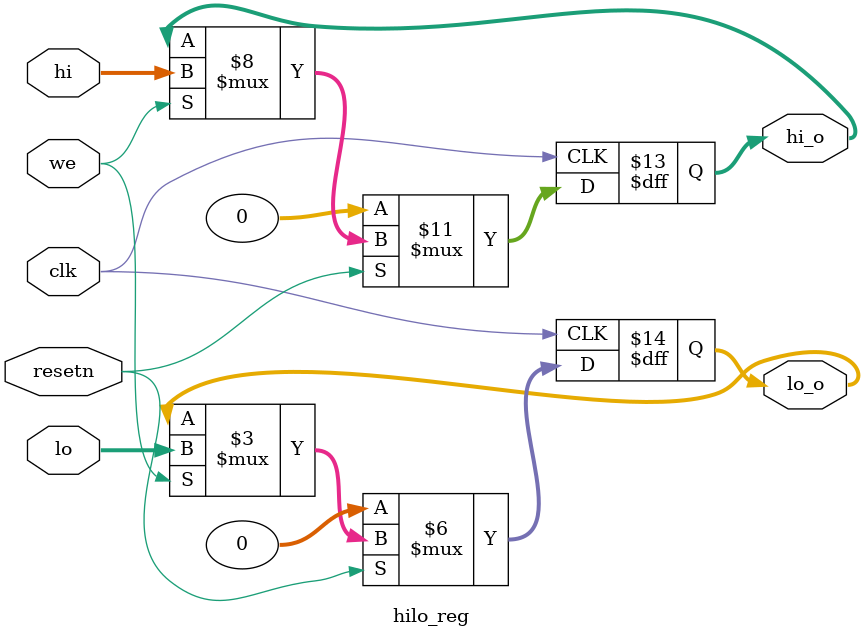
<source format=v>
`timescale 1ns / 1ps


module hilo_reg(
	input wire clk,resetn,we,
	input wire[31:0] hi,lo,
	output reg[31:0] hi_o,lo_o
    );
	
	always @(negedge clk) begin
		if(~resetn) begin
			hi_o <= 0;
			lo_o <= 0;
		end else if (we) begin
			hi_o <= hi;
			lo_o <= lo;
		end
	end
endmodule

</source>
